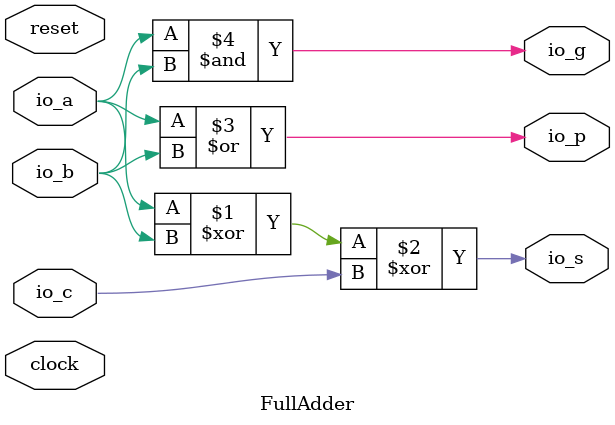
<source format=sv>
module FullAdder(
  input   clock,
  input   reset,
  input   io_a,
  input   io_b,
  input   io_c,
  output  io_s,
  output  io_p,
  output  io_g
);
  assign io_s = io_a ^ io_b ^ io_c; // @[FullAdder.scala 27:23]
  assign io_p = io_a | io_b; // @[FullAdder.scala 28:16]
  assign io_g = io_a & io_b; // @[FullAdder.scala 29:16]
endmodule

</source>
